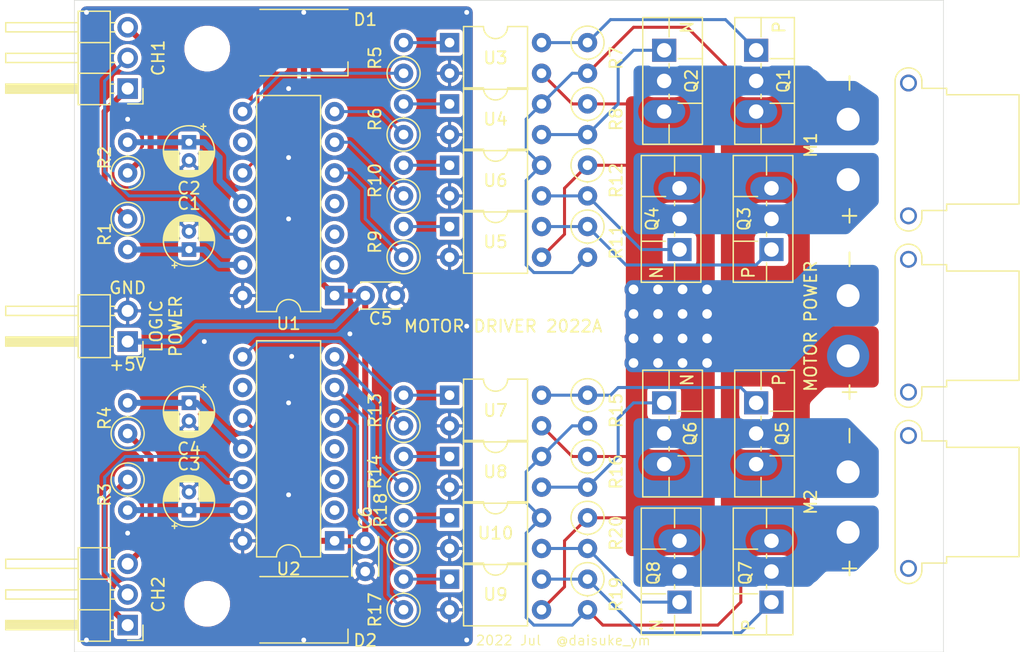
<source format=kicad_pcb>
(kicad_pcb (version 20171130) (host pcbnew "(5.1.12)-1")
  (layers (0 F.Cu signal) (31 B.Cu signal) (34 B.Paste user) (35 F.Paste user) (36 B.SilkS user) (37 F.SilkS user) (38 B.Mask user) (39 F.Mask user) (44 Edge.Cuts user))
  (net 0 "")
  (net 1 GND)
  (net 2 /IN1AA)
  (net 3 /IN1BA)
  (net 4 /IN2AA)
  (net 5 /IN2BA)
  (net 6 GNDPWR)
  (net 7 +BATT)
  (net 8 +5V)
  (net 9 /IN1A)
  (net 10 /IN1B)
  (net 11 /IN2B)
  (net 12 /IN2A)
  (net 13 "Net-(M1-Pad1)")
  (net 14 "Net-(M1-Pad2)")
  (net 15 "Net-(M2-Pad1)")
  (net 16 "Net-(M2-Pad2)")
  (net 17 "Net-(Q1-Pad1)")
  (net 18 "Net-(Q2-Pad1)")
  (net 19 "Net-(Q3-Pad1)")
  (net 20 "Net-(Q4-Pad1)")
  (net 21 "Net-(Q5-Pad1)")
  (net 22 "Net-(Q6-Pad1)")
  (net 23 "Net-(Q7-Pad1)")
  (net 24 "Net-(Q8-Pad1)")
  (net 25 "Net-(R6-Pad2)")
  (net 26 /PC1A)
  (net 27 /PC1B)
  (net 28 /PC2A)
  (net 29 "Net-(R9-Pad2)")
  (net 30 "Net-(R10-Pad2)")
  (net 31 /PC2B)
  (net 32 "Net-(R17-Pad2)")
  (net 33 "Net-(R18-Pad2)")
  (net 34 "Net-(R5-Pad2)")
  (net 35 "Net-(R13-Pad2)")
  (net 36 "Net-(R14-Pad2)")
  (net 37 /PC1C)
  (net 38 /PC1D)
  (net 39 /PC2C)
  (net 40 /PC2D)
  (net 41 "Net-(D1-Pad1)")
  (net 42 "Net-(D1-Pad3)")
  (net 43 /LED1)
  (net 44 /LED2)
  (net 45 "Net-(D2-Pad3)")
  (net 46 "Net-(D2-Pad1)")
  (net 47 /IN1M)
  (net 48 /IN2M)
  (net 49 "Net-(U1-Pad4)")
  (net 50 "Net-(U2-Pad4)")
  (net 51 "Net-(U1-Pad9)")
  (net 52 "Net-(U2-Pad9)")
  (net 53 "Net-(U1-Pad3)")
  (net 54 "Net-(U1-Pad2)")
  (net 55 "Net-(U2-Pad2)")
  (net 56 "Net-(U2-Pad3)")
  (module MountingHole:MountingHole_3.2mm_M3 (layer F.Cu) (at 188 77)
    (fp_text reference REF** hide)
    (fp_text value MountingHole_3.2mm_M3)
    (pad 1 np_thru_hole circle (at 0 0) (size 3.2 3.2) (drill 3.2) (layers *.Cu *.Mask))
  )
  (module MountingHole:MountingHole_3.2mm_M3 (layer F.Cu) (at 188 123)
    (fp_text reference REF** hide)
    (fp_text value MountingHole_3.2mm_M3)
    (pad 1 np_thru_hole circle (at 0 0) (size 3.2 3.2) (drill 3.2) (layers *.Cu *.Mask))
  )
  (module MountingHole:MountingHole_3.2mm_M3 (layer F.Cu) (at 135 123)
    (fp_text reference REF** hide)
    (fp_text value MountingHole_3.2mm_M3)
    (pad 1 np_thru_hole circle (at 0 0) (size 3.2 3.2) (drill 3.2) (layers *.Cu *.Mask))
  )
  (module MountingHole:MountingHole_3.2mm_M3 (layer F.Cu) (at 135 77)
    (fp_text reference REF** hide)
    (fp_text value MountingHole_3.2mm_M3)
    (pad 1 np_thru_hole circle (at 0 0) (size 3.2 3.2) (drill 3.2) (layers *.Cu *.Mask))
  )
  (module Connector_PinHeader_2.54mm:PinHeader_1x02_P2.54mm_Horizontal (layer F.Cu) (at 128.41 101.27 180)
    (fp_text reference J2 hide)
    (fp_text value "Logic Power")
    (pad 1 thru_hole rect (at 0 0 180) (size 1.7 1.7) (drill 1) (layers *.Cu *.Mask) (net 8 +5V))
    (pad 2 thru_hole oval (at 0 2.54 180) (size 1.7 1.7) (drill 1) (layers *.Cu *.Mask) (net 1 GND))
  )
  (module Package_TO_SOT_THT:TO-220F-3_Vertical (layer F.Cu) (at 180.48 77.14 270)
    (fp_text reference Q1 (at 2.54 -2.2625 90) (layer F.SilkS))
    (fp_text value Q_PMOS_GDS)
    (pad 1 thru_hole rect (at 0 0 270) (size 1.905 2) (drill 1.2) (layers *.Cu *.Mask) (net 17 "Net-(Q1-Pad1)"))
    (pad 2 thru_hole oval (at 2.54 0 270) (size 1.905 3.5) (drill 1.2) (layers *.Cu *.Mask) (net 13 "Net-(M1-Pad1)"))
    (pad 3 thru_hole oval (at 5.08 0 270) (size 1.905 3.5) (drill 1.2) (layers *.Cu *.Mask) (net 7 +BATT))
  )
  (module Package_TO_SOT_THT:TO-220F-3_Vertical (layer F.Cu) (at 180.48 106.35 270)
    (fp_text reference Q5 (at 2.54 -2.159 90) (layer F.SilkS))
    (fp_text value Q_PMOS_GDS)
    (pad 3 thru_hole oval (at 5.08 0 270) (size 1.905 3.5) (drill 1.2) (layers *.Cu *.Mask) (net 7 +BATT))
    (pad 2 thru_hole oval (at 2.54 0 270) (size 1.905 3.5) (drill 1.2) (layers *.Cu *.Mask) (net 15 "Net-(M2-Pad1)"))
    (pad 1 thru_hole rect (at 0 0 270) (size 1.905 2) (drill 1.2) (layers *.Cu *.Mask) (net 21 "Net-(Q5-Pad1)"))
  )
  (module Package_TO_SOT_THT:TO-220F-3_Vertical (layer F.Cu) (at 172.86 77.14 270)
    (fp_text reference Q2 (at 2.54 -2.2625 90) (layer F.SilkS))
    (fp_text value Q_NMOS_GDS)
    (pad 1 thru_hole rect (at 0 0 270) (size 1.905 2) (drill 1.2) (layers *.Cu *.Mask) (net 18 "Net-(Q2-Pad1)"))
    (pad 2 thru_hole oval (at 2.54 0 270) (size 1.905 3.5) (drill 1.2) (layers *.Cu *.Mask) (net 13 "Net-(M1-Pad1)"))
    (pad 3 thru_hole oval (at 5.08 0 270) (size 1.905 3.5) (drill 1.2) (layers *.Cu *.Mask) (net 6 GNDPWR))
  )
  (module Package_TO_SOT_THT:TO-220F-3_Vertical (layer F.Cu) (at 172.86 106.35 270)
    (fp_text reference Q6 (at 2.54 -2.159 90) (layer F.SilkS))
    (fp_text value Q_NMOS_GDS)
    (pad 3 thru_hole oval (at 5.08 0 270) (size 1.905 3.5) (drill 1.2) (layers *.Cu *.Mask) (net 6 GNDPWR))
    (pad 2 thru_hole oval (at 2.54 0 270) (size 1.905 3.5) (drill 1.2) (layers *.Cu *.Mask) (net 15 "Net-(M2-Pad1)"))
    (pad 1 thru_hole rect (at 0 0 270) (size 1.905 2) (drill 1.2) (layers *.Cu *.Mask) (net 22 "Net-(Q6-Pad1)"))
  )
  (module Package_TO_SOT_THT:TO-220F-3_Vertical (layer F.Cu) (at 181.75 93.65 90)
    (fp_text reference Q3 (at 2.54 -2.2625 90) (layer F.SilkS))
    (fp_text value Q_PMOS_GDS)
    (pad 1 thru_hole rect (at 0 0 90) (size 1.905 2) (drill 1.2) (layers *.Cu *.Mask) (net 19 "Net-(Q3-Pad1)"))
    (pad 2 thru_hole oval (at 2.54 0 90) (size 1.905 3.5) (drill 1.2) (layers *.Cu *.Mask) (net 14 "Net-(M1-Pad2)"))
    (pad 3 thru_hole oval (at 5.08 0 90) (size 1.905 3.5) (drill 1.2) (layers *.Cu *.Mask) (net 7 +BATT))
  )
  (module Package_TO_SOT_THT:TO-220F-3_Vertical (layer F.Cu) (at 174.13 93.65 90)
    (fp_text reference Q4 (at 2.54 -2.2625 90) (layer F.SilkS))
    (fp_text value Q_NMOS_GDS)
    (pad 3 thru_hole oval (at 5.08 0 90) (size 1.905 3.5) (drill 1.2) (layers *.Cu *.Mask) (net 6 GNDPWR))
    (pad 2 thru_hole oval (at 2.54 0 90) (size 1.905 3.5) (drill 1.2) (layers *.Cu *.Mask) (net 14 "Net-(M1-Pad2)"))
    (pad 1 thru_hole rect (at 0 0 90) (size 1.905 2) (drill 1.2) (layers *.Cu *.Mask) (net 20 "Net-(Q4-Pad1)"))
  )
  (module Package_TO_SOT_THT:TO-220F-3_Vertical (layer F.Cu) (at 181.75 122.86 90)
    (fp_text reference Q7 (at 2.413 -2.159 90) (layer F.SilkS))
    (fp_text value Q_PMOS_GDS)
    (pad 3 thru_hole oval (at 5.08 0 90) (size 1.905 3.5) (drill 1.2) (layers *.Cu *.Mask) (net 7 +BATT))
    (pad 2 thru_hole oval (at 2.54 0 90) (size 1.905 3.5) (drill 1.2) (layers *.Cu *.Mask) (net 16 "Net-(M2-Pad2)"))
    (pad 1 thru_hole rect (at 0 0 90) (size 1.905 2) (drill 1.2) (layers *.Cu *.Mask) (net 23 "Net-(Q7-Pad1)"))
  )
  (module Package_TO_SOT_THT:TO-220F-3_Vertical (layer F.Cu) (at 174.13 122.86 90)
    (fp_text reference Q8 (at 2.413 -2.159 90) (layer F.SilkS))
    (fp_text value Q_NMOS_GDS)
    (pad 1 thru_hole rect (at 0 0 90) (size 1.905 2) (drill 1.2) (layers *.Cu *.Mask) (net 24 "Net-(Q8-Pad1)"))
    (pad 2 thru_hole oval (at 2.54 0 90) (size 1.905 3.5) (drill 1.2) (layers *.Cu *.Mask) (net 16 "Net-(M2-Pad2)"))
    (pad 3 thru_hole oval (at 5.08 0 90) (size 1.905 3.5) (drill 1.2) (layers *.Cu *.Mask) (net 6 GNDPWR))
  )
  (module Package_DIP:DIP-4_W7.62mm (layer F.Cu) (at 155.08 76.505)
    (fp_text reference U3 (at 3.81 1.27) (layer F.SilkS))
    (fp_text value TLP785)
    (pad 4 thru_hole oval (at 7.62 0) (size 1.6 1.6) (drill 0.8) (layers *.Cu *.Mask) (net 17 "Net-(Q1-Pad1)"))
    (pad 2 thru_hole oval (at 0 2.54) (size 1.6 1.6) (drill 0.8) (layers *.Cu *.Mask) (net 1 GND))
    (pad 3 thru_hole oval (at 7.62 2.54) (size 1.6 1.6) (drill 0.8) (layers *.Cu *.Mask) (net 6 GNDPWR))
    (pad 1 thru_hole rect (at 0 0) (size 1.6 1.6) (drill 0.8) (layers *.Cu *.Mask) (net 34 "Net-(R5-Pad2)"))
  )
  (module Package_DIP:DIP-4_W7.62mm (layer F.Cu) (at 155.08 81.585)
    (fp_text reference U4 (at 3.81 1.27) (layer F.SilkS))
    (fp_text value TLP785)
    (pad 1 thru_hole rect (at 0 0) (size 1.6 1.6) (drill 0.8) (layers *.Cu *.Mask) (net 25 "Net-(R6-Pad2)"))
    (pad 3 thru_hole oval (at 7.62 2.54) (size 1.6 1.6) (drill 0.8) (layers *.Cu *.Mask) (net 18 "Net-(Q2-Pad1)"))
    (pad 2 thru_hole oval (at 0 2.54) (size 1.6 1.6) (drill 0.8) (layers *.Cu *.Mask) (net 1 GND))
    (pad 4 thru_hole oval (at 7.62 0) (size 1.6 1.6) (drill 0.8) (layers *.Cu *.Mask) (net 7 +BATT))
  )
  (module Package_DIP:DIP-4_W7.62mm (layer F.Cu) (at 155.08 105.715)
    (fp_text reference U7 (at 3.81 1.27) (layer F.SilkS))
    (fp_text value TLP785)
    (pad 1 thru_hole rect (at 0 0) (size 1.6 1.6) (drill 0.8) (layers *.Cu *.Mask) (net 35 "Net-(R13-Pad2)"))
    (pad 3 thru_hole oval (at 7.62 2.54) (size 1.6 1.6) (drill 0.8) (layers *.Cu *.Mask) (net 6 GNDPWR))
    (pad 2 thru_hole oval (at 0 2.54) (size 1.6 1.6) (drill 0.8) (layers *.Cu *.Mask) (net 1 GND))
    (pad 4 thru_hole oval (at 7.62 0) (size 1.6 1.6) (drill 0.8) (layers *.Cu *.Mask) (net 21 "Net-(Q5-Pad1)"))
  )
  (module Package_DIP:DIP-4_W7.62mm (layer F.Cu) (at 155.08 110.795)
    (fp_text reference U8 (at 3.81 1.27) (layer F.SilkS))
    (fp_text value TLP785)
    (pad 4 thru_hole oval (at 7.62 0) (size 1.6 1.6) (drill 0.8) (layers *.Cu *.Mask) (net 7 +BATT))
    (pad 2 thru_hole oval (at 0 2.54) (size 1.6 1.6) (drill 0.8) (layers *.Cu *.Mask) (net 1 GND))
    (pad 3 thru_hole oval (at 7.62 2.54) (size 1.6 1.6) (drill 0.8) (layers *.Cu *.Mask) (net 22 "Net-(Q6-Pad1)"))
    (pad 1 thru_hole rect (at 0 0) (size 1.6 1.6) (drill 0.8) (layers *.Cu *.Mask) (net 36 "Net-(R14-Pad2)"))
  )
  (module Package_DIP:DIP-4_W7.62mm (layer F.Cu) (at 155.08 91.745)
    (fp_text reference U5 (at 3.81 1.27) (layer F.SilkS))
    (fp_text value TLP785)
    (pad 4 thru_hole oval (at 7.62 0) (size 1.6 1.6) (drill 0.8) (layers *.Cu *.Mask) (net 19 "Net-(Q3-Pad1)"))
    (pad 2 thru_hole oval (at 0 2.54) (size 1.6 1.6) (drill 0.8) (layers *.Cu *.Mask) (net 1 GND))
    (pad 3 thru_hole oval (at 7.62 2.54) (size 1.6 1.6) (drill 0.8) (layers *.Cu *.Mask) (net 6 GNDPWR))
    (pad 1 thru_hole rect (at 0 0) (size 1.6 1.6) (drill 0.8) (layers *.Cu *.Mask) (net 29 "Net-(R9-Pad2)"))
  )
  (module Package_DIP:DIP-4_W7.62mm (layer F.Cu) (at 155.08 86.665)
    (fp_text reference U6 (at 3.81 1.27) (layer F.SilkS))
    (fp_text value TLP785)
    (pad 1 thru_hole rect (at 0 0) (size 1.6 1.6) (drill 0.8) (layers *.Cu *.Mask) (net 30 "Net-(R10-Pad2)"))
    (pad 3 thru_hole oval (at 7.62 2.54) (size 1.6 1.6) (drill 0.8) (layers *.Cu *.Mask) (net 20 "Net-(Q4-Pad1)"))
    (pad 2 thru_hole oval (at 0 2.54) (size 1.6 1.6) (drill 0.8) (layers *.Cu *.Mask) (net 1 GND))
    (pad 4 thru_hole oval (at 7.62 0) (size 1.6 1.6) (drill 0.8) (layers *.Cu *.Mask) (net 7 +BATT))
  )
  (module Package_DIP:DIP-4_W7.62mm (layer F.Cu) (at 155.08 120.955)
    (fp_text reference U9 (at 3.81 1.27) (layer F.SilkS))
    (fp_text value TLP785)
    (pad 4 thru_hole oval (at 7.62 0) (size 1.6 1.6) (drill 0.8) (layers *.Cu *.Mask) (net 23 "Net-(Q7-Pad1)"))
    (pad 2 thru_hole oval (at 0 2.54) (size 1.6 1.6) (drill 0.8) (layers *.Cu *.Mask) (net 1 GND))
    (pad 3 thru_hole oval (at 7.62 2.54) (size 1.6 1.6) (drill 0.8) (layers *.Cu *.Mask) (net 6 GNDPWR))
    (pad 1 thru_hole rect (at 0 0) (size 1.6 1.6) (drill 0.8) (layers *.Cu *.Mask) (net 32 "Net-(R17-Pad2)"))
  )
  (module Package_DIP:DIP-4_W7.62mm (layer F.Cu) (at 155.08 115.875)
    (fp_text reference U10 (at 3.81 1.27) (layer F.SilkS))
    (fp_text value TLP785)
    (pad 1 thru_hole rect (at 0 0) (size 1.6 1.6) (drill 0.8) (layers *.Cu *.Mask) (net 33 "Net-(R18-Pad2)"))
    (pad 3 thru_hole oval (at 7.62 2.54) (size 1.6 1.6) (drill 0.8) (layers *.Cu *.Mask) (net 24 "Net-(Q8-Pad1)"))
    (pad 2 thru_hole oval (at 0 2.54) (size 1.6 1.6) (drill 0.8) (layers *.Cu *.Mask) (net 1 GND))
    (pad 4 thru_hole oval (at 7.62 0) (size 1.6 1.6) (drill 0.8) (layers *.Cu *.Mask) (net 7 +BATT))
  )
  (module Capacitor_THT:C_Disc_D3.0mm_W2.0mm_P2.50mm (layer F.Cu) (at 148.095 97.46)
    (fp_text reference C5 (at 1.27 1.905) (layer F.SilkS))
    (fp_text value 0.1u)
    (pad 1 thru_hole circle (at 0 0) (size 1.6 1.6) (drill 0.8) (layers *.Cu *.Mask) (net 8 +5V))
    (pad 2 thru_hole circle (at 2.5 0) (size 1.6 1.6) (drill 0.8) (layers *.Cu *.Mask) (net 1 GND))
  )
  (module Capacitor_THT:C_Disc_D3.0mm_W2.0mm_P2.50mm (layer F.Cu) (at 148.095 117.82 270)
    (fp_text reference C6 (at -1.945 0 90) (layer F.SilkS))
    (fp_text value 0.1u)
    (pad 2 thru_hole circle (at 2.5 0 270) (size 1.6 1.6) (drill 0.8) (layers *.Cu *.Mask) (net 1 GND))
    (pad 1 thru_hole circle (at 0 0 270) (size 1.6 1.6) (drill 0.8) (layers *.Cu *.Mask) (net 8 +5V))
  )
  (module Resistor_THT:R_Axial_DIN0207_L6.3mm_D2.5mm_P2.54mm_Vertical (layer F.Cu) (at 128.41 91.11 270)
    (fp_text reference R1 (at 1.27 1.905 90) (layer F.SilkS))
    (fp_text value 4k7)
    (pad 2 thru_hole oval (at 2.54 0 270) (size 1.6 1.6) (drill 0.8) (layers *.Cu *.Mask) (net 2 /IN1AA))
    (pad 1 thru_hole circle (at 0 0 270) (size 1.6 1.6) (drill 0.8) (layers *.Cu *.Mask) (net 9 /IN1A))
  )
  (module Resistor_THT:R_Axial_DIN0207_L6.3mm_D2.5mm_P2.54mm_Vertical (layer F.Cu) (at 128.41 87.3 90)
    (fp_text reference R2 (at 1.27 -1.905 90) (layer F.SilkS))
    (fp_text value 4k7)
    (pad 2 thru_hole oval (at 2.54 0 90) (size 1.6 1.6) (drill 0.8) (layers *.Cu *.Mask) (net 3 /IN1BA))
    (pad 1 thru_hole circle (at 0 0 90) (size 1.6 1.6) (drill 0.8) (layers *.Cu *.Mask) (net 10 /IN1B))
  )
  (module Resistor_THT:R_Axial_DIN0207_L6.3mm_D2.5mm_P2.54mm_Vertical (layer F.Cu) (at 128.41 112.7 270)
    (fp_text reference R3 (at 1.27 1.905 90) (layer F.SilkS))
    (fp_text value 4k7)
    (pad 2 thru_hole oval (at 2.54 0 270) (size 1.6 1.6) (drill 0.8) (layers *.Cu *.Mask) (net 4 /IN2AA))
    (pad 1 thru_hole circle (at 0 0 270) (size 1.6 1.6) (drill 0.8) (layers *.Cu *.Mask) (net 12 /IN2A))
  )
  (module Resistor_THT:R_Axial_DIN0207_L6.3mm_D2.5mm_P2.54mm_Vertical (layer F.Cu) (at 128.41 108.89 90)
    (fp_text reference R4 (at 1.27 -1.905 90) (layer F.SilkS))
    (fp_text value 4k7)
    (pad 1 thru_hole circle (at 0 0 90) (size 1.6 1.6) (drill 0.8) (layers *.Cu *.Mask) (net 11 /IN2B))
    (pad 2 thru_hole oval (at 2.54 0 90) (size 1.6 1.6) (drill 0.8) (layers *.Cu *.Mask) (net 5 /IN2BA))
  )
  (module Resistor_THT:R_Axial_DIN0207_L6.3mm_D2.5mm_P2.54mm_Vertical (layer F.Cu) (at 151.27 79.045 90)
    (fp_text reference R5 (at 1.27 -2.37 90) (layer F.SilkS))
    (fp_text value 330)
    (pad 1 thru_hole circle (at 0 0 90) (size 1.6 1.6) (drill 0.8) (layers *.Cu *.Mask) (net 38 /PC1D))
    (pad 2 thru_hole oval (at 2.54 0 90) (size 1.6 1.6) (drill 0.8) (layers *.Cu *.Mask) (net 34 "Net-(R5-Pad2)"))
  )
  (module Resistor_THT:R_Axial_DIN0207_L6.3mm_D2.5mm_P2.54mm_Vertical (layer F.Cu) (at 151.27 84.125 90)
    (fp_text reference R6 (at 1.27 -2.37 90) (layer F.SilkS))
    (fp_text value 330)
    (pad 2 thru_hole oval (at 2.54 0 90) (size 1.6 1.6) (drill 0.8) (layers *.Cu *.Mask) (net 25 "Net-(R6-Pad2)"))
    (pad 1 thru_hole circle (at 0 0 90) (size 1.6 1.6) (drill 0.8) (layers *.Cu *.Mask) (net 37 /PC1C))
  )
  (module Resistor_THT:R_Axial_DIN0207_L6.3mm_D2.5mm_P2.54mm_Vertical (layer F.Cu) (at 166.51 76.505 270)
    (fp_text reference R7 (at 1.27 -2.37 90) (layer F.SilkS))
    (fp_text value 2k2)
    (pad 2 thru_hole oval (at 2.54 0 270) (size 1.6 1.6) (drill 0.8) (layers *.Cu *.Mask) (net 7 +BATT))
    (pad 1 thru_hole circle (at 0 0 270) (size 1.6 1.6) (drill 0.8) (layers *.Cu *.Mask) (net 17 "Net-(Q1-Pad1)"))
  )
  (module Resistor_THT:R_Axial_DIN0207_L6.3mm_D2.5mm_P2.54mm_Vertical (layer F.Cu) (at 166.51 81.585 270)
    (fp_text reference R8 (at 1.27 -2.37 90) (layer F.SilkS))
    (fp_text value 2k2)
    (pad 2 thru_hole oval (at 2.54 0 270) (size 1.6 1.6) (drill 0.8) (layers *.Cu *.Mask) (net 18 "Net-(Q2-Pad1)"))
    (pad 1 thru_hole circle (at 0 0 270) (size 1.6 1.6) (drill 0.8) (layers *.Cu *.Mask) (net 6 GNDPWR))
  )
  (module Resistor_THT:R_Axial_DIN0207_L6.3mm_D2.5mm_P2.54mm_Vertical (layer F.Cu) (at 151.27 108.255 90)
    (fp_text reference R13 (at 1.27 -2.37 90) (layer F.SilkS))
    (fp_text value 330)
    (pad 2 thru_hole oval (at 2.54 0 90) (size 1.6 1.6) (drill 0.8) (layers *.Cu *.Mask) (net 35 "Net-(R13-Pad2)"))
    (pad 1 thru_hole circle (at 0 0 90) (size 1.6 1.6) (drill 0.8) (layers *.Cu *.Mask) (net 40 /PC2D))
  )
  (module Resistor_THT:R_Axial_DIN0207_L6.3mm_D2.5mm_P2.54mm_Vertical (layer F.Cu) (at 151.27 113.335 90)
    (fp_text reference R14 (at 1.27 -2.37 90) (layer F.SilkS))
    (fp_text value 330)
    (pad 1 thru_hole circle (at 0 0 90) (size 1.6 1.6) (drill 0.8) (layers *.Cu *.Mask) (net 39 /PC2C))
    (pad 2 thru_hole oval (at 2.54 0 90) (size 1.6 1.6) (drill 0.8) (layers *.Cu *.Mask) (net 36 "Net-(R14-Pad2)"))
  )
  (module Resistor_THT:R_Axial_DIN0207_L6.3mm_D2.5mm_P2.54mm_Vertical (layer F.Cu) (at 166.51 105.715 270)
    (fp_text reference R15 (at 1.27 -2.37 90) (layer F.SilkS))
    (fp_text value 2k2)
    (pad 1 thru_hole circle (at 0 0 270) (size 1.6 1.6) (drill 0.8) (layers *.Cu *.Mask) (net 21 "Net-(Q5-Pad1)"))
    (pad 2 thru_hole oval (at 2.54 0 270) (size 1.6 1.6) (drill 0.8) (layers *.Cu *.Mask) (net 7 +BATT))
  )
  (module Resistor_THT:R_Axial_DIN0207_L6.3mm_D2.5mm_P2.54mm_Vertical (layer F.Cu) (at 166.51 110.795 270)
    (fp_text reference R16 (at 1.27 -2.37 90) (layer F.SilkS))
    (fp_text value 2k2)
    (pad 1 thru_hole circle (at 0 0 270) (size 1.6 1.6) (drill 0.8) (layers *.Cu *.Mask) (net 6 GNDPWR))
    (pad 2 thru_hole oval (at 2.54 0 270) (size 1.6 1.6) (drill 0.8) (layers *.Cu *.Mask) (net 22 "Net-(Q6-Pad1)"))
  )
  (module Resistor_THT:R_Axial_DIN0207_L6.3mm_D2.5mm_P2.54mm_Vertical (layer F.Cu) (at 166.51 91.745 270)
    (fp_text reference R11 (at 1.27 -2.37 90) (layer F.SilkS))
    (fp_text value 2k2)
    (pad 2 thru_hole oval (at 2.54 0 270) (size 1.6 1.6) (drill 0.8) (layers *.Cu *.Mask) (net 7 +BATT))
    (pad 1 thru_hole circle (at 0 0 270) (size 1.6 1.6) (drill 0.8) (layers *.Cu *.Mask) (net 19 "Net-(Q3-Pad1)"))
  )
  (module Resistor_THT:R_Axial_DIN0207_L6.3mm_D2.5mm_P2.54mm_Vertical (layer F.Cu) (at 166.51 86.665 270)
    (fp_text reference R12 (at 1.27 -2.37 90) (layer F.SilkS))
    (fp_text value 2k2)
    (pad 2 thru_hole oval (at 2.54 0 270) (size 1.6 1.6) (drill 0.8) (layers *.Cu *.Mask) (net 20 "Net-(Q4-Pad1)"))
    (pad 1 thru_hole circle (at 0 0 270) (size 1.6 1.6) (drill 0.8) (layers *.Cu *.Mask) (net 6 GNDPWR))
  )
  (module Resistor_THT:R_Axial_DIN0207_L6.3mm_D2.5mm_P2.54mm_Vertical (layer F.Cu) (at 166.51 120.955 270)
    (fp_text reference R19 (at 1.27 -2.37 90) (layer F.SilkS))
    (fp_text value 2k2)
    (pad 1 thru_hole circle (at 0 0 270) (size 1.6 1.6) (drill 0.8) (layers *.Cu *.Mask) (net 23 "Net-(Q7-Pad1)"))
    (pad 2 thru_hole oval (at 2.54 0 270) (size 1.6 1.6) (drill 0.8) (layers *.Cu *.Mask) (net 7 +BATT))
  )
  (module Resistor_THT:R_Axial_DIN0207_L6.3mm_D2.5mm_P2.54mm_Vertical (layer F.Cu) (at 166.51 115.875 270)
    (fp_text reference R20 (at 1.27 -2.37 90) (layer F.SilkS))
    (fp_text value 2k2)
    (pad 2 thru_hole oval (at 2.54 0 270) (size 1.6 1.6) (drill 0.8) (layers *.Cu *.Mask) (net 24 "Net-(Q8-Pad1)"))
    (pad 1 thru_hole circle (at 0 0 270) (size 1.6 1.6) (drill 0.8) (layers *.Cu *.Mask) (net 6 GNDPWR))
  )
  (module Resistor_THT:R_Axial_DIN0207_L6.3mm_D2.5mm_P2.54mm_Vertical (layer F.Cu) (at 151.27 94.285 90)
    (fp_text reference R9 (at 1.27 -2.37 90) (layer F.SilkS))
    (fp_text value 330)
    (pad 2 thru_hole oval (at 2.54 0 90) (size 1.6 1.6) (drill 0.8) (layers *.Cu *.Mask) (net 29 "Net-(R9-Pad2)"))
    (pad 1 thru_hole circle (at 0 0 90) (size 1.6 1.6) (drill 0.8) (layers *.Cu *.Mask) (net 26 /PC1A))
  )
  (module Resistor_THT:R_Axial_DIN0207_L6.3mm_D2.5mm_P2.54mm_Vertical (layer F.Cu) (at 151.27 89.205 90)
    (fp_text reference R10 (at 1.27 -2.37 90) (layer F.SilkS))
    (fp_text value 330)
    (pad 1 thru_hole circle (at 0 0 90) (size 1.6 1.6) (drill 0.8) (layers *.Cu *.Mask) (net 27 /PC1B))
    (pad 2 thru_hole oval (at 2.54 0 90) (size 1.6 1.6) (drill 0.8) (layers *.Cu *.Mask) (net 30 "Net-(R10-Pad2)"))
  )
  (module Resistor_THT:R_Axial_DIN0207_L6.3mm_D2.5mm_P2.54mm_Vertical (layer F.Cu) (at 151.27 123.495 90)
    (fp_text reference R17 (at 0 -2.37 90) (layer F.SilkS))
    (fp_text value 330)
    (pad 2 thru_hole oval (at 2.54 0 90) (size 1.6 1.6) (drill 0.8) (layers *.Cu *.Mask) (net 32 "Net-(R17-Pad2)"))
    (pad 1 thru_hole circle (at 0 0 90) (size 1.6 1.6) (drill 0.8) (layers *.Cu *.Mask) (net 28 /PC2A))
  )
  (module Resistor_THT:R_Axial_DIN0207_L6.3mm_D2.5mm_P2.54mm_Vertical (layer F.Cu) (at 151.27 118.415 90)
    (fp_text reference R18 (at 3.175 -1.905 90) (layer F.SilkS))
    (fp_text value 330)
    (pad 1 thru_hole circle (at 0 0 90) (size 1.6 1.6) (drill 0.8) (layers *.Cu *.Mask) (net 31 /PC2B))
    (pad 2 thru_hole oval (at 2.54 0 90) (size 1.6 1.6) (drill 0.8) (layers *.Cu *.Mask) (net 33 "Net-(R18-Pad2)"))
  )
  (module Capacitor_THT:CP_Radial_D4.0mm_P1.50mm (layer F.Cu) (at 133.49 93.65 90)
    (fp_text reference C1 (at 3.81 0 180) (layer F.SilkS))
    (fp_text value 10u)
    (pad 2 thru_hole circle (at 1.5 0 90) (size 1.2 1.2) (drill 0.6) (layers *.Cu *.Mask) (net 1 GND))
    (pad 1 thru_hole rect (at 0 0 90) (size 1.2 1.2) (drill 0.6) (layers *.Cu *.Mask) (net 2 /IN1AA))
  )
  (module Capacitor_THT:CP_Radial_D4.0mm_P1.50mm (layer F.Cu) (at 133.49 84.76 270)
    (fp_text reference C2 (at 3.81 0 180) (layer F.SilkS))
    (fp_text value 10u)
    (pad 1 thru_hole rect (at 0 0 270) (size 1.2 1.2) (drill 0.6) (layers *.Cu *.Mask) (net 3 /IN1BA))
    (pad 2 thru_hole circle (at 1.5 0 270) (size 1.2 1.2) (drill 0.6) (layers *.Cu *.Mask) (net 1 GND))
  )
  (module Capacitor_THT:CP_Radial_D4.0mm_P1.50mm (layer F.Cu) (at 133.49 115.24 90)
    (fp_text reference C3 (at 3.81 0 180) (layer F.SilkS))
    (fp_text value 10u)
    (pad 1 thru_hole rect (at 0 0 90) (size 1.2 1.2) (drill 0.6) (layers *.Cu *.Mask) (net 4 /IN2AA))
    (pad 2 thru_hole circle (at 1.5 0 90) (size 1.2 1.2) (drill 0.6) (layers *.Cu *.Mask) (net 1 GND))
  )
  (module Capacitor_THT:CP_Radial_D4.0mm_P1.50mm (layer F.Cu) (at 133.49 106.35 270)
    (fp_text reference C4 (at 3.81 0 180) (layer F.SilkS))
    (fp_text value 10u)
    (pad 2 thru_hole circle (at 1.5 0 270) (size 1.2 1.2) (drill 0.6) (layers *.Cu *.Mask) (net 1 GND))
    (pad 1 thru_hole rect (at 0 0 270) (size 1.2 1.2) (drill 0.6) (layers *.Cu *.Mask) (net 5 /IN2BA))
  )
  (module LED_SMD:LED_WS2812_PLCC6_5.0x5.0mm_P1.6mm (layer F.Cu) (at 143.015 76.505 180)
    (fp_text reference D1 (at -5.08 1.905) (layer F.SilkS))
    (fp_text value WS2813)
    (pad 1 smd rect (at -2.45 -1.6 180) (size 1.5 1) (layers F.Cu F.Paste F.Mask) (net 41 "Net-(D1-Pad1)"))
    (pad 2 smd rect (at -2.45 0 180) (size 1.5 1) (layers F.Cu F.Paste F.Mask) (net 8 +5V))
    (pad 3 smd rect (at -2.45 1.6 180) (size 1.5 1) (layers F.Cu F.Paste F.Mask) (net 42 "Net-(D1-Pad3)"))
    (pad 6 smd rect (at 2.45 -1.6 180) (size 1.5 1) (layers F.Cu F.Paste F.Mask) (net 1 GND))
    (pad 5 smd rect (at 2.45 0 180) (size 1.5 1) (layers F.Cu F.Paste F.Mask) (net 1 GND))
    (pad 4 smd rect (at 2.45 1.6 180) (size 1.5 1) (layers F.Cu F.Paste F.Mask) (net 43 /LED1))
  )
  (module LED_SMD:LED_WS2812_PLCC6_5.0x5.0mm_P1.6mm (layer F.Cu) (at 143.015 123.495 180)
    (fp_text reference D2 (at -5.08 -2.54) (layer F.SilkS))
    (fp_text value WS2813)
    (pad 4 smd rect (at 2.45 1.6 180) (size 1.5 1) (layers F.Cu F.Paste F.Mask) (net 44 /LED2))
    (pad 5 smd rect (at 2.45 0 180) (size 1.5 1) (layers F.Cu F.Paste F.Mask) (net 1 GND))
    (pad 6 smd rect (at 2.45 -1.6 180) (size 1.5 1) (layers F.Cu F.Paste F.Mask) (net 1 GND))
    (pad 3 smd rect (at -2.45 1.6 180) (size 1.5 1) (layers F.Cu F.Paste F.Mask) (net 45 "Net-(D2-Pad3)"))
    (pad 2 smd rect (at -2.45 0 180) (size 1.5 1) (layers F.Cu F.Paste F.Mask) (net 8 +5V))
    (pad 1 smd rect (at -2.45 -1.6 180) (size 1.5 1) (layers F.Cu F.Paste F.Mask) (net 46 "Net-(D2-Pad1)"))
  )
  (module Connector_AMASS:AMASS_XT30PW-F_1x02_P2.50mm_Horizontal (layer F.Cu) (at 188.1 97.46 270)
    (fp_text reference J1 hide)
    (fp_text value "Motor Power")
    (fp_text user + (at 8 0 90) (layer F.SilkS) (effects (font (size 1.5 1.5))))
    (fp_text user - (at -3 0 90) (layer F.SilkS) (effects (font (size 1.5 1.5))))
    (pad "" thru_hole circle (at -3 -5) (size 1.4 1.4) (drill 1) (layers *.Cu *.Mask))
    (pad "" thru_hole circle (at 8 -5 270) (size 1.4 1.4) (drill 1) (layers *.Cu *.Mask))
    (pad 1 thru_hole rect (at 0 0 270) (size 3.5 3.5) (drill 1.9) (layers *.Cu *.Mask) (net 6 GNDPWR))
    (pad 2 thru_hole circle (at 5 0 270) (size 3.5 3.5) (drill 1.9) (layers *.Cu *.Mask) (net 7 +BATT))
  )
  (module Connector_PinHeader_2.54mm:PinHeader_1x03_P2.54mm_Horizontal (layer F.Cu) (at 128.41 80.315 180)
    (fp_text reference J3 hide)
    (fp_text value "Ch1 Input")
    (pad 1 thru_hole rect (at 0 0 180) (size 1.7 1.7) (drill 1) (layers *.Cu *.Mask) (net 9 /IN1A))
    (pad 2 thru_hole oval (at 0 2.54 180) (size 1.7 1.7) (drill 1) (layers *.Cu *.Mask) (net 47 /IN1M))
    (pad 3 thru_hole oval (at 0 5.08 180) (size 1.7 1.7) (drill 1) (layers *.Cu *.Mask) (net 10 /IN1B))
  )
  (module Connector_PinHeader_2.54mm:PinHeader_1x03_P2.54mm_Horizontal (layer F.Cu) (at 128.41 124.765 180)
    (fp_text reference J4 hide)
    (fp_text value "Ch2 Input")
    (pad 3 thru_hole oval (at 0 5.08 180) (size 1.7 1.7) (drill 1) (layers *.Cu *.Mask) (net 11 /IN2B))
    (pad 2 thru_hole oval (at 0 2.54 180) (size 1.7 1.7) (drill 1) (layers *.Cu *.Mask) (net 48 /IN2M))
    (pad 1 thru_hole rect (at 0 0 180) (size 1.7 1.7) (drill 1) (layers *.Cu *.Mask) (net 12 /IN2A))
  )
  (module Connector_AMASS:AMASS_XT30PW-F_1x02_P2.50mm_Horizontal (layer F.Cu) (at 188.1 82.855 270)
    (fp_text reference M1 (at 2.145 3.1 90) (layer F.SilkS))
    (fp_text value Motor_DC)
    (fp_text user + (at 8 0 90) (layer F.SilkS) (effects (font (size 1.5 1.5))))
    (fp_text user - (at -3 0 90) (layer F.SilkS) (effects (font (size 1.5 1.5))))
    (pad "" thru_hole circle (at -3 -5) (size 1.4 1.4) (drill 1) (layers *.Cu *.Mask))
    (pad "" thru_hole circle (at 8 -5 270) (size 1.4 1.4) (drill 1) (layers *.Cu *.Mask))
    (pad 1 thru_hole rect (at 0 0 270) (size 3.5 3.5) (drill 1.9) (layers *.Cu *.Mask) (net 13 "Net-(M1-Pad1)"))
    (pad 2 thru_hole circle (at 5 0 270) (size 3.5 3.5) (drill 1.9) (layers *.Cu *.Mask) (net 14 "Net-(M1-Pad2)"))
  )
  (module Connector_AMASS:AMASS_XT30PW-F_1x02_P2.50mm_Horizontal (layer F.Cu) (at 188.1 112.065 270)
    (fp_text reference M2 (at 2.5 3.1 90) (layer F.SilkS))
    (fp_text value Motor_DC)
    (fp_text user - (at -3 0 90) (layer F.SilkS) (effects (font (size 1.5 1.5))))
    (fp_text user + (at 8 0 90) (layer F.SilkS) (effects (font (size 1.5 1.5))))
    (pad 2 thru_hole circle (at 5 0 270) (size 3.5 3.5) (drill 1.9) (layers *.Cu *.Mask) (net 16 "Net-(M2-Pad2)"))
    (pad 1 thru_hole rect (at 0 0 270) (size 3.5 3.5) (drill 1.9) (layers *.Cu *.Mask) (net 15 "Net-(M2-Pad1)"))
    (pad "" thru_hole circle (at 8 -5 270) (size 1.4 1.4) (drill 1) (layers *.Cu *.Mask))
    (pad "" thru_hole circle (at -3 -5) (size 1.4 1.4) (drill 1) (layers *.Cu *.Mask))
  )
  (module Package_DIP:DIP-14_W7.62mm (layer F.Cu) (at 145.555 97.46 180)
    (fp_text reference U1 (at 3.81 -2.33) (layer F.SilkS))
    (fp_text value ATtiny84-20PU)
    (pad 14 thru_hole oval (at 7.62 0 180) (size 1.6 1.6) (drill 0.8) (layers *.Cu *.Mask) (net 1 GND))
    (pad 7 thru_hole oval (at 0 15.24 180) (size 1.6 1.6) (drill 0.8) (layers *.Cu *.Mask) (net 37 /PC1C))
    (pad 13 thru_hole oval (at 7.62 2.54 180) (size 1.6 1.6) (drill 0.8) (layers *.Cu *.Mask) (net 2 /IN1AA))
    (pad 6 thru_hole oval (at 0 12.7 180) (size 1.6 1.6) (drill 0.8) (layers *.Cu *.Mask) (net 27 /PC1B))
    (pad 12 thru_hole oval (at 7.62 5.08 180) (size 1.6 1.6) (drill 0.8) (layers *.Cu *.Mask) (net 47 /IN1M))
    (pad 5 thru_hole oval (at 0 10.16 180) (size 1.6 1.6) (drill 0.8) (layers *.Cu *.Mask) (net 26 /PC1A))
    (pad 11 thru_hole oval (at 7.62 7.62 180) (size 1.6 1.6) (drill 0.8) (layers *.Cu *.Mask) (net 3 /IN1BA))
    (pad 4 thru_hole oval (at 0 7.62 180) (size 1.6 1.6) (drill 0.8) (layers *.Cu *.Mask) (net 49 "Net-(U1-Pad4)"))
    (pad 10 thru_hole oval (at 7.62 10.16 180) (size 1.6 1.6) (drill 0.8) (layers *.Cu *.Mask) (net 43 /LED1))
    (pad 3 thru_hole oval (at 0 5.08 180) (size 1.6 1.6) (drill 0.8) (layers *.Cu *.Mask) (net 53 "Net-(U1-Pad3)"))
    (pad 9 thru_hole oval (at 7.62 12.7 180) (size 1.6 1.6) (drill 0.8) (layers *.Cu *.Mask) (net 51 "Net-(U1-Pad9)"))
    (pad 2 thru_hole oval (at 0 2.54 180) (size 1.6 1.6) (drill 0.8) (layers *.Cu *.Mask) (net 54 "Net-(U1-Pad2)"))
    (pad 8 thru_hole oval (at 7.62 15.24 180) (size 1.6 1.6) (drill 0.8) (layers *.Cu *.Mask) (net 38 /PC1D))
    (pad 1 thru_hole rect (at 0 0 180) (size 1.6 1.6) (drill 0.8) (layers *.Cu *.Mask) (net 8 +5V))
  )
  (module Package_DIP:DIP-14_W7.62mm (layer F.Cu) (at 145.555 117.78 180)
    (fp_text reference U2 (at 3.81 -2.33) (layer F.SilkS))
    (fp_text value ATtiny84-20PU)
    (pad 1 thru_hole rect (at 0 0 180) (size 1.6 1.6) (drill 0.8) (layers *.Cu *.Mask) (net 8 +5V))
    (pad 8 thru_hole oval (at 7.62 15.24 180) (size 1.6 1.6) (drill 0.8) (layers *.Cu *.Mask) (net 40 /PC2D))
    (pad 2 thru_hole oval (at 0 2.54 180) (size 1.6 1.6) (drill 0.8) (layers *.Cu *.Mask) (net 55 "Net-(U2-Pad2)"))
    (pad 9 thru_hole oval (at 7.62 12.7 180) (size 1.6 1.6) (drill 0.8) (layers *.Cu *.Mask) (net 52 "Net-(U2-Pad9)"))
    (pad 3 thru_hole oval (at 0 5.08 180) (size 1.6 1.6) (drill 0.8) (layers *.Cu *.Mask) (net 56 "Net-(U2-Pad3)"))
    (pad 10 thru_hole oval (at 7.62 10.16 180) (size 1.6 1.6) (drill 0.8) (layers *.Cu *.Mask) (net 44 /LED2))
    (pad 4 thru_hole oval (at 0 7.62 180) (size 1.6 1.6) (drill 0.8) (layers *.Cu *.Mask) (net 50 "Net-(U2-Pad4)"))
    (pad 11 thru_hole oval (at 7.62 7.62 180) (size 1.6 1.6) (drill 0.8) (layers *.Cu *.Mask) (net 5 /IN2BA))
    (pad 5 thru_hole oval (at 0 10.16 180) (size 1.6 1.6) (drill 0.8) (layers *.Cu *.Mask) (net 28 /PC2A))
    (pad 12 thru_hole oval (at 7.62 5.08 180) (size 1.6 1.6) (drill 0.8) (layers *.Cu *.Mask) (net 48 /IN2M))
    (pad 6 thru_hole oval (at 0 12.7 180) (size 1.6 1.6) (drill 0.8) (layers *.Cu *.Mask) (net 31 /PC2B))
    (pad 13 thru_hole oval (at 7.62 2.54 180) (size 1.6 1.6) (drill 0.8) (layers *.Cu *.Mask) (net 4 /IN2AA))
    (pad 7 thru_hole oval (at 0 15.24 180) (size 1.6 1.6) (drill 0.8) (layers *.Cu *.Mask) (net 39 /PC2C))
    (pad 14 thru_hole oval (at 7.62 0 180) (size 1.6 1.6) (drill 0.8) (layers *.Cu *.Mask) (net 1 GND))
  )
  (gr_text N (at 172.225 95.555 90) (layer F.SilkS) (effects (font (size 1 1))))
  (gr_text N (at 174.765 75.235 90) (layer F.SilkS) (effects (font (size 1 1))))
  (gr_text N (at 172.225 124.765 90) (layer F.SilkS) (effects (font (size 1 1))))
  (gr_text N (at 174.765 104.445 90) (layer F.SilkS) (effects (font (size 1 1))))
  (gr_text P (at 182.385 104.445 90) (layer F.SilkS) (effects (font (size 1 1))))
  (gr_text P (at 179.845 124.765 90) (layer F.SilkS) (effects (font (size 1 1))))
  (gr_text P (at 179.845 95.555 90) (layer F.SilkS) (effects (font (size 1 1))))
  (gr_text P (at 182.385 75.235 90) (layer F.SilkS) (effects (font (size 1 1))))
  (gr_text "2022 Jul  @daisuke_ym" (at 164.5 126.035) (layer F.SilkS) (effects (font (size 0.8 0.8) (thickness 0.1))))
  (gr_text "MOTOR DRIVER 2022A" (at 159.525 100) (layer F.SilkS) (effects (font (size 1 1))))
  (gr_line (start 124 73) (end 124 127) (layer Edge.Cuts) (width 0.05))
  (gr_line (start 196 73) (end 124 73) (layer Edge.Cuts) (width 0.05))
  (gr_line (start 196 73) (end 196 127) (layer Edge.Cuts) (width 0.05))
  (gr_text GND (at 128.41 96.825) (layer F.SilkS) (effects (font (size 1 1))))
  (gr_text +5V (at 128.41 103.175) (layer F.SilkS) (effects (font (size 1 1))))
  (gr_text CH2 (at 130.95 122.225 90) (layer F.SilkS) (effects (font (size 1 1))))
  (gr_text CH1 (at 130.95 77.775 90) (layer F.SilkS) (effects (font (size 1 1))))
  (gr_text "LOGIC\nPOWER" (at 131.585 100 90) (layer F.SilkS) (effects (font (size 1 1))))
  (gr_text "MOTOR POWER" (at 185 100 90) (layer F.SilkS) (effects (font (size 1 1))))
  (gr_line (start 124 127) (end 196 127) (layer Edge.Cuts) (width 0.05))
  (via (at 125 74) (size 0.8) (drill 0.4) (layers F.Cu B.Cu) (net 1))
  (via (at 156.5 74) (size 0.8) (drill 0.4) (layers F.Cu B.Cu) (net 1))
  (via (at 156.5 126) (size 0.8) (drill 0.4) (layers F.Cu B.Cu) (net 1))
  (via (at 125 126) (size 0.8) (drill 0.4) (layers F.Cu B.Cu) (net 1))
  (via (at 156.5 100) (size 0.8) (drill 0.4) (layers F.Cu B.Cu) (net 1))
  (via (at 142 102.5) (size 0.8) (drill 0.4) (layers F.Cu B.Cu) (net 1))
  (via (at 141.745 80.315) (size 0.8) (drill 0.4) (layers F.Cu B.Cu) (net 1))
  (via (at 128.41 82.855) (size 0.8) (drill 0.4) (layers F.Cu B.Cu) (net 1))
  (via (at 128.41 117.145) (size 0.8) (drill 0.4) (layers F.Cu B.Cu) (net 1))
  (via (at 143 74) (size 0.8) (drill 0.4) (layers F.Cu B.Cu) (net 1))
  (via (at 143 126) (size 0.8) (drill 0.4) (layers F.Cu B.Cu) (net 1))
  (via (at 134.76 101.27) (size 0.8) (drill 0.4) (layers F.Cu B.Cu) (net 1))
  (via (at 146.825 100.635) (size 0.8) (drill 0.4) (layers F.Cu B.Cu) (net 1))
  (via (at 141.745 86.03) (size 0.8) (drill 0.4) (layers F.Cu B.Cu) (net 1))
  (via (at 141.745 91.11) (size 0.8) (drill 0.4) (layers F.Cu B.Cu) (net 1))
  (via (at 141.745 113.97) (size 0.8) (drill 0.4) (layers F.Cu B.Cu) (net 1))
  (via (at 141.745 106.35) (size 0.8) (drill 0.4) (layers F.Cu B.Cu) (net 1))
  (segment (start 128.41 93.65) (end 133.49 93.65) (width 0.5) (layer B.Cu) (net 2))
  (segment (start 133.49 93.65) (end 134.76 93.65) (width 0.5) (layer B.Cu) (net 2))
  (segment (start 136.03 94.92) (end 137.935 94.92) (width 0.5) (layer B.Cu) (net 2))
  (segment (start 134.76 93.65) (end 136.03 94.92) (width 0.5) (layer B.Cu) (net 2))
  (segment (start 128.41 84.76) (end 133.49 84.76) (width 0.5) (layer B.Cu) (net 3))
  (segment (start 136.03 87.935) (end 137.935 89.84) (width 0.5) (layer B.Cu) (net 3))
  (segment (start 136.03 86.03) (end 136.03 87.935) (width 0.5) (layer B.Cu) (net 3))
  (segment (start 134.76 84.76) (end 136.03 86.03) (width 0.5) (layer B.Cu) (net 3))
  (segment (start 133.49 84.76) (end 134.76 84.76) (width 0.5) (layer B.Cu) (net 3))
  (segment (start 128.41 115.24) (end 133.49 115.24) (width 0.5) (layer B.Cu) (net 4))
  (segment (start 133.49 115.24) (end 137.935 115.24) (width 0.5) (layer B.Cu) (net 4))
  (segment (start 128.41 106.35) (end 133.49 106.35) (width 0.5) (layer B.Cu) (net 5))
  (segment (start 134.125 106.35) (end 137.935 110.16) (width 0.5) (layer B.Cu) (net 5))
  (segment (start 133.49 106.35) (end 134.125 106.35) (width 0.5) (layer B.Cu) (net 5))
  (segment (start 165.24 110.795) (end 162.7 108.255) (width 0.25) (layer F.Cu) (net 6))
  (segment (start 166.51 110.795) (end 165.24 110.795) (width 0.25) (layer F.Cu) (net 6))
  (segment (start 165.24 81.585) (end 166.51 81.585) (width 0.25) (layer F.Cu) (net 6))
  (segment (start 162.7 79.045) (end 165.24 81.585) (width 0.25) (layer F.Cu) (net 6))
  (segment (start 164.605 121.59) (end 162.7 123.495) (width 0.25) (layer F.Cu) (net 6))
  (segment (start 166.51 115.875) (end 164.605 117.78) (width 0.25) (layer F.Cu) (net 6))
  (segment (start 164.605 117.78) (end 164.605 121.59) (width 0.25) (layer F.Cu) (net 6))
  (segment (start 172.225 86.665) (end 174.13 88.57) (width 0.25) (layer F.Cu) (net 6))
  (segment (start 166.51 86.665) (end 172.225 86.665) (width 0.25) (layer F.Cu) (net 6))
  (segment (start 172.225 81.585) (end 172.86 82.22) (width 0.25) (layer F.Cu) (net 6))
  (segment (start 166.51 81.585) (end 172.225 81.585) (width 0.25) (layer F.Cu) (net 6))
  (segment (start 172.225 110.795) (end 172.86 111.43) (width 0.25) (layer F.Cu) (net 6))
  (segment (start 166.51 110.795) (end 172.225 110.795) (width 0.25) (layer F.Cu) (net 6))
  (segment (start 172.225 115.875) (end 174.13 117.78) (width 0.25) (layer F.Cu) (net 6))
  (segment (start 166.51 115.875) (end 172.225 115.875) (width 0.25) (layer F.Cu) (net 6))
  (segment (start 162.7 94.285) (end 164.605 92.38) (width 0.25) (layer F.Cu) (net 6))
  (segment (start 164.605 88.57) (end 166.51 86.665) (width 0.25) (layer F.Cu) (net 6))
  (segment (start 164.605 92.38) (end 164.605 88.57) (width 0.25) (layer F.Cu) (net 6))
  (segment (start 175.885 97.46) (end 188.1 97.46) (width 0.25) (layer B.Cu) (net 6))
  (segment (start 175.885 97.46) (end 170.805 97.46) (width 0.25) (layer B.Cu) (net 6))
  (segment (start 175.885 97.46) (end 175.885 102.54) (width 0.25) (layer B.Cu) (net 6))
  (segment (start 173.345 97.46) (end 173.345 102.54) (width 0.25) (layer B.Cu) (net 6))
  (segment (start 170.805 97.46) (end 170.805 102.54) (width 0.25) (layer B.Cu) (net 6))
  (via (at 170.32 96.952) (size 1.5) (drill 0.8) (layers F.Cu B.Cu) (net 6))
  (via (at 170.32 103.048) (size 1.5) (drill 0.8) (layers F.Cu B.Cu) (net 6))
  (via (at 176.416 96.952) (size 1.5) (drill 0.8) (layers F.Cu B.Cu) (net 6))
  (via (at 174.384 96.952) (size 1.5) (drill 0.8) (layers F.Cu B.Cu) (net 6))
  (via (at 172.352 96.952) (size 1.5) (drill 0.8) (layers F.Cu B.Cu) (net 6))
  (via (at 176.416 98.984) (size 1.5) (drill 0.8) (layers F.Cu B.Cu) (net 6))
  (via (at 176.416 101.016) (size 1.5) (drill 0.8) (layers F.Cu B.Cu) (net 6))
  (via (at 176.416 103.048) (size 1.5) (drill 0.8) (layers F.Cu B.Cu) (net 6))
  (via (at 174.384 103.048) (size 1.5) (drill 0.8) (layers F.Cu B.Cu) (net 6))
  (via (at 172.352 103.048) (size 1.5) (drill 0.8) (layers F.Cu B.Cu) (net 6))
  (via (at 170.32 101.016) (size 1.5) (drill 0.8) (layers F.Cu B.Cu) (net 6))
  (via (at 170.32 98.984) (size 1.5) (drill 0.8) (layers F.Cu B.Cu) (net 6))
  (via (at 172.352 98.984) (size 1.5) (drill 0.8) (layers F.Cu B.Cu) (net 6))
  (via (at 174.384 98.984) (size 1.5) (drill 0.8) (layers F.Cu B.Cu) (net 6))
  (via (at 174.384 101.016) (size 1.5) (drill 0.8) (layers F.Cu B.Cu) (net 6))
  (via (at 172.352 101.016) (size 1.5) (drill 0.8) (layers F.Cu B.Cu) (net 6))
  (segment (start 165.24 79.045) (end 162.7 81.585) (width 0.25) (layer B.Cu) (net 7))
  (segment (start 166.51 79.045) (end 165.24 79.045) (width 0.25) (layer B.Cu) (net 7))
  (segment (start 161.43 85.395) (end 162.7 86.665) (width 0.25) (layer B.Cu) (net 7))
  (segment (start 162.7 81.585) (end 161.43 82.855) (width 0.25) (layer B.Cu) (net 7))
  (segment (start 161.43 82.855) (end 161.43 85.395) (width 0.25) (layer B.Cu) (net 7))
  (segment (start 165.24 108.255) (end 166.51 108.255) (width 0.25) (layer B.Cu) (net 7))
  (segment (start 162.7 110.795) (end 165.24 108.255) (width 0.25) (layer B.Cu) (net 7))
  (segment (start 161.43 112.065) (end 162.7 110.795) (width 0.25) (layer B.Cu) (net 7))
  (segment (start 162.7 115.875) (end 161.43 114.605) (width 0.25) (layer B.Cu) (net 7))
  (segment (start 161.43 114.605) (end 161.43 112.065) (width 0.25) (layer B.Cu) (net 7))
  (segment (start 161.43 117.145) (end 162.7 115.875) (width 0.25) (layer B.Cu) (net 7))
  (segment (start 161.43 124.13) (end 161.43 117.145) (width 0.25) (layer B.Cu) (net 7))
  (segment (start 166.51 123.495) (end 165.24 124.765) (width 0.25) (layer B.Cu) (net 7))
  (segment (start 162.065 124.765) (end 161.43 124.13) (width 0.25) (layer B.Cu) (net 7))
  (segment (start 165.24 124.765) (end 162.065 124.765) (width 0.25) (layer B.Cu) (net 7))
  (segment (start 179.21 117.78) (end 181.75 117.78) (width 0.25) (layer F.Cu) (net 7))
  (segment (start 177.305 124.765) (end 179.21 122.86) (width 0.25) (layer F.Cu) (net 7))
  (segment (start 179.21 122.86) (end 179.21 117.78) (width 0.25) (layer F.Cu) (net 7))
  (segment (start 166.51 123.495) (end 167.78 124.765) (width 0.25) (layer F.Cu) (net 7))
  (segment (start 167.78 124.765) (end 177.305 124.765) (width 0.25) (layer F.Cu) (net 7))
  (segment (start 162.7 86.665) (end 161.43 87.935) (width 0.25) (layer B.Cu) (net 7))
  (segment (start 161.43 87.935) (end 161.43 94.92) (width 0.25) (layer B.Cu) (net 7))
  (segment (start 161.43 94.92) (end 162.065 95.555) (width 0.25) (layer B.Cu) (net 7))
  (segment (start 165.24 95.555) (end 166.51 94.285) (width 0.25) (layer B.Cu) (net 7))
  (segment (start 162.065 95.555) (end 165.24 95.555) (width 0.25) (layer B.Cu) (net 7))
  (segment (start 179.21 101.905) (end 179.21 88.57) (width 0.25) (layer F.Cu) (net 7))
  (segment (start 179.21 88.57) (end 181.75 88.57) (width 0.25) (layer F.Cu) (net 7))
  (segment (start 179.21 88.57) (end 179.21 85.395) (width 0.25) (layer F.Cu) (net 7))
  (segment (start 180.48 84.125) (end 180.48 82.22) (width 0.25) (layer F.Cu) (net 7))
  (segment (start 179.21 85.395) (end 180.48 84.125) (width 0.25) (layer F.Cu) (net 7))
  (segment (start 183.655 101.905) (end 183.655 111.43) (width 0.25) (layer F.Cu) (net 7))
  (segment (start 183.655 101.905) (end 179.21 101.905) (width 0.25) (layer F.Cu) (net 7))
  (segment (start 183.655 111.43) (end 180.48 111.43) (width 0.25) (layer F.Cu) (net 7))
  (segment (start 183.655 115.875) (end 181.75 117.78) (width 0.25) (layer F.Cu) (net 7))
  (segment (start 183.655 111.43) (end 183.655 115.875) (width 0.25) (layer F.Cu) (net 7))
  (segment (start 177.94 82.22) (end 180.48 82.22) (width 0.25) (layer F.Cu) (net 7))
  (segment (start 174.765 75.235) (end 177.94 78.41) (width 0.25) (layer F.Cu) (net 7))
  (segment (start 166.51 79.045) (end 170.32 75.235) (width 0.25) (layer F.Cu) (net 7))
  (segment (start 177.94 78.41) (end 177.94 82.22) (width 0.25) (layer F.Cu) (net 7))
  (segment (start 170.32 75.235) (end 174.765 75.235) (width 0.25) (layer F.Cu) (net 7))
  (segment (start 128.41 101.27) (end 132.855 101.27) (width 0.5) (layer B.Cu) (net 8))
  (segment (start 132.855 101.27) (end 134.125 100) (width 0.5) (layer B.Cu) (net 8))
  (segment (start 145.555 100) (end 148.095 97.46) (width 0.5) (layer B.Cu) (net 8))
  (segment (start 134.125 100) (end 145.555 100) (width 0.5) (layer B.Cu) (net 8))
  (segment (start 148.095 97.46) (end 145.555 97.46) (width 0.5) (layer B.Cu) (net 8))
  (segment (start 148.095 97.46) (end 148.095 117.82) (width 0.5) (layer F.Cu) (net 8))
  (segment (start 145.595 117.82) (end 145.555 117.78) (width 0.5) (layer B.Cu) (net 8))
  (segment (start 148.095 117.82) (end 145.595 117.82) (width 0.5) (layer B.Cu) (net 8))
  (segment (start 144.285 76.505) (end 145.465 76.505) (width 0.5) (layer F.Cu) (net 8))
  (segment (start 143.015 77.775) (end 144.285 76.505) (width 0.5) (layer F.Cu) (net 8))
  (segment (start 143.015 94.92) (end 143.015 77.775) (width 0.5) (layer F.Cu) (net 8))
  (segment (start 145.555 97.46) (end 143.015 94.92) (width 0.5) (layer F.Cu) (net 8))
  (segment (start 143.015 122.295) (end 144.215 123.495) (width 0.5) (layer F.Cu) (net 8))
  (segment (start 144.285 117.78) (end 143.015 119.05) (width 0.5) (layer F.Cu) (net 8))
  (segment (start 144.215 123.495) (end 145.465 123.495) (width 0.5) (layer F.Cu) (net 8))
  (segment (start 143.015 119.05) (end 143.015 122.295) (width 0.5) (layer F.Cu) (net 8))
  (segment (start 145.555 117.78) (end 144.285 117.78) (width 0.5) (layer F.Cu) (net 8))
  (segment (start 126.505 89.205) (end 128.41 91.11) (width 0.5) (layer F.Cu) (net 9))
  (segment (start 126.505 82.22) (end 126.505 89.205) (width 0.5) (layer F.Cu) (net 9))
  (segment (start 128.41 80.315) (end 126.505 82.22) (width 0.5) (layer F.Cu) (net 9))
  (segment (start 130.315 85.395) (end 128.41 87.3) (width 0.5) (layer F.Cu) (net 10))
  (segment (start 130.315 77.14) (end 130.315 85.395) (width 0.5) (layer F.Cu) (net 10))
  (segment (start 128.41 75.235) (end 130.315 77.14) (width 0.5) (layer F.Cu) (net 10))
  (segment (start 130.315 110.795) (end 128.41 108.89) (width 0.5) (layer F.Cu) (net 11))
  (segment (start 130.315 117.78) (end 130.315 110.795) (width 0.5) (layer F.Cu) (net 11))
  (segment (start 128.41 119.685) (end 130.315 117.78) (width 0.5) (layer F.Cu) (net 11))
  (segment (start 126.505 114.605) (end 128.41 112.7) (width 0.5) (layer F.Cu) (net 12))
  (segment (start 126.505 122.86) (end 126.505 114.605) (width 0.5) (layer F.Cu) (net 12))
  (segment (start 128.41 124.765) (end 126.505 122.86) (width 0.5) (layer F.Cu) (net 12))
  (segment (start 172.86 79.68) (end 180.48 79.68) (width 2) (layer B.Cu) (net 13))
  (segment (start 184.925 79.68) (end 188.1 82.855) (width 2) (layer B.Cu) (net 13))
  (segment (start 180.48 79.68) (end 184.925 79.68) (width 2) (layer B.Cu) (net 13))
  (segment (start 174.13 91.11) (end 181.75 91.11) (width 2) (layer B.Cu) (net 14))
  (segment (start 184.845 91.11) (end 188.1 87.855) (width 2) (layer B.Cu) (net 14))
  (segment (start 181.75 91.11) (end 184.845 91.11) (width 2) (layer B.Cu) (net 14))
  (segment (start 172.86 108.89) (end 180.48 108.89) (width 2) (layer B.Cu) (net 15))
  (segment (start 184.925 108.89) (end 188.1 112.065) (width 2) (layer B.Cu) (net 15))
  (segment (start 180.48 108.89) (end 184.925 108.89) (width 2) (layer B.Cu) (net 15))
  (segment (start 174.13 120.32) (end 181.75 120.32) (width 2) (layer B.Cu) (net 16))
  (segment (start 184.845 120.32) (end 188.1 117.065) (width 2) (layer B.Cu) (net 16))
  (segment (start 181.75 120.32) (end 184.845 120.32) (width 2) (layer B.Cu) (net 16))
  (segment (start 162.7 76.505) (end 166.51 76.505) (width 0.25) (layer B.Cu) (net 17))
  (segment (start 177.94 74.6) (end 180.48 77.14) (width 0.25) (layer B.Cu) (net 17))
  (segment (start 166.51 76.505) (end 168.415 74.6) (width 0.25) (layer B.Cu) (net 17))
  (segment (start 168.415 74.6) (end 177.94 74.6) (width 0.25) (layer B.Cu) (net 17))
  (segment (start 162.7 84.125) (end 166.51 84.125) (width 0.25) (layer B.Cu) (net 18))
  (segment (start 166.51 84.125) (end 169.05 81.585) (width 0.25) (layer B.Cu) (net 18))
  (segment (start 169.05 81.585) (end 169.05 78.41) (width 0.25) (layer B.Cu) (net 18))
  (segment (start 169.05 78.41) (end 170.32 77.14) (width 0.25) (layer B.Cu) (net 18))
  (segment (start 170.32 77.14) (end 172.86 77.14) (width 0.25) (layer B.Cu) (net 18))
  (segment (start 169.692501 94.927501) (end 180.472499 94.927501) (width 0.25) (layer B.Cu) (net 19))
  (segment (start 180.472499 94.927501) (end 181.75 93.65) (width 0.25) (layer B.Cu) (net 19))
  (segment (start 166.51 91.745) (end 169.692501 94.927501) (width 0.25) (layer B.Cu) (net 19))
  (segment (start 162.7 91.745) (end 166.51 91.745) (width 0.25) (layer B.Cu) (net 19))
  (segment (start 162.7 89.205) (end 166.51 89.205) (width 0.25) (layer B.Cu) (net 20))
  (segment (start 170.955 93.65) (end 174.13 93.65) (width 0.25) (layer B.Cu) (net 20))
  (segment (start 166.51 89.205) (end 170.955 93.65) (width 0.25) (layer B.Cu) (net 20))
  (segment (start 166.51 105.715) (end 166.517501 105.707499) (width 0.25) (layer B.Cu) (net 21))
  (segment (start 162.7 105.715) (end 166.51 105.715) (width 0.25) (layer B.Cu) (net 21))
  (segment (start 179.21 105.08) (end 180.48 106.35) (width 0.25) (layer B.Cu) (net 21))
  (segment (start 174.127502 105.08) (end 179.21 105.08) (width 0.25) (layer B.Cu) (net 21))
  (segment (start 168.415 105.715) (end 169.05 105.08) (width 0.25) (layer B.Cu) (net 21))
  (segment (start 174.120001 105.072499) (end 174.127502 105.08) (width 0.25) (layer B.Cu) (net 21))
  (segment (start 166.51 105.715) (end 168.415 105.715) (width 0.25) (layer B.Cu) (net 21))
  (segment (start 169.05 105.08) (end 171.592498 105.08) (width 0.25) (layer B.Cu) (net 21))
  (segment (start 171.592498 105.08) (end 171.599999 105.072499) (width 0.25) (layer B.Cu) (net 21))
  (segment (start 171.599999 105.072499) (end 174.120001 105.072499) (width 0.25) (layer B.Cu) (net 21))
  (segment (start 162.7 113.335) (end 166.51 113.335) (width 0.25) (layer B.Cu) (net 22))
  (segment (start 170.32 106.35) (end 172.86 106.35) (width 0.25) (layer B.Cu) (net 22))
  (segment (start 169.05 107.62) (end 170.32 106.35) (width 0.25) (layer B.Cu) (net 22))
  (segment (start 166.51 113.335) (end 169.05 110.795) (width 0.25) (layer B.Cu) (net 22))
  (segment (start 169.05 110.795) (end 169.05 107.62) (width 0.25) (layer B.Cu) (net 22))
  (segment (start 162.7 120.955) (end 166.51 120.955) (width 0.25) (layer B.Cu) (net 23))
  (segment (start 179.21 125.4) (end 181.75 122.86) (width 0.25) (layer B.Cu) (net 23))
  (segment (start 166.51 120.955) (end 170.955 125.4) (width 0.25) (layer B.Cu) (net 23))
  (segment (start 170.955 125.4) (end 179.21 125.4) (width 0.25) (layer B.Cu) (net 23))
  (segment (start 162.7 118.415) (end 166.51 118.415) (width 0.25) (layer B.Cu) (net 24))
  (segment (start 166.51 118.415) (end 170.955 122.86) (width 0.25) (layer B.Cu) (net 24))
  (segment (start 170.955 122.86) (end 174.13 122.86) (width 0.25) (layer B.Cu) (net 24))
  (segment (start 151.27 81.585) (end 155.08 81.585) (width 0.25) (layer B.Cu) (net 25))
  (segment (start 148.095 91.11) (end 151.27 94.285) (width 0.25) (layer B.Cu) (net 26))
  (segment (start 148.095 88.57) (end 148.095 91.11) (width 0.25) (layer B.Cu) (net 26))
  (segment (start 146.825 87.3) (end 148.095 88.57) (width 0.25) (layer B.Cu) (net 26))
  (segment (start 145.555 87.3) (end 146.825 87.3) (width 0.25) (layer B.Cu) (net 26))
  (segment (start 146.825 84.76) (end 151.27 89.205) (width 0.25) (layer B.Cu) (net 27))
  (segment (start 145.555 84.76) (end 146.825 84.76) (width 0.25) (layer B.Cu) (net 27))
  (segment (start 150 118.059998) (end 150 122.225) (width 0.25) (layer B.Cu) (net 28))
  (segment (start 147.46 115.519998) (end 150 118.059998) (width 0.25) (layer B.Cu) (net 28))
  (segment (start 147.46 108.255) (end 147.46 115.519998) (width 0.25) (layer B.Cu) (net 28))
  (segment (start 146.825 107.62) (end 147.46 108.255) (width 0.25) (layer B.Cu) (net 28))
  (segment (start 150 122.225) (end 151.27 123.495) (width 0.25) (layer B.Cu) (net 28))
  (segment (start 145.555 107.62) (end 146.825 107.62) (width 0.25) (layer B.Cu) (net 28))
  (segment (start 151.27 91.745) (end 155.08 91.745) (width 0.25) (layer B.Cu) (net 29))
  (segment (start 151.27 86.665) (end 155.08 86.665) (width 0.25) (layer B.Cu) (net 30))
  (segment (start 151.27 118.413589) (end 151.27 118.415) (width 0.25) (layer B.Cu) (net 31))
  (segment (start 148.095 115.24) (end 151.27 118.415) (width 0.25) (layer B.Cu) (net 31))
  (segment (start 148.095 107.62) (end 148.095 115.24) (width 0.25) (layer B.Cu) (net 31))
  (segment (start 145.555 105.08) (end 148.095 107.62) (width 0.25) (layer B.Cu) (net 31))
  (segment (start 151.27 120.955) (end 155.08 120.955) (width 0.25) (layer B.Cu) (net 32))
  (segment (start 151.27 115.875) (end 155.08 115.875) (width 0.25) (layer B.Cu) (net 33))
  (segment (start 151.27 76.505) (end 155.08 76.505) (width 0.25) (layer B.Cu) (net 34))
  (segment (start 151.27 105.715) (end 155.08 105.715) (width 0.25) (layer B.Cu) (net 35))
  (segment (start 151.27 110.795) (end 155.08 110.795) (width 0.25) (layer B.Cu) (net 36))
  (segment (start 149.365 82.22) (end 151.27 84.125) (width 0.25) (layer B.Cu) (net 37))
  (segment (start 145.555 82.22) (end 149.365 82.22) (width 0.25) (layer B.Cu) (net 37))
  (segment (start 141.11 79.045) (end 151.27 79.045) (width 0.25) (layer B.Cu) (net 38))
  (segment (start 137.935 82.22) (end 141.11 79.045) (width 0.25) (layer B.Cu) (net 38))
  (segment (start 149.365 111.43) (end 151.27 113.335) (width 0.25) (layer B.Cu) (net 39))
  (segment (start 149.365 106.35) (end 149.365 111.43) (width 0.25) (layer B.Cu) (net 39))
  (segment (start 145.555 102.54) (end 149.365 106.35) (width 0.25) (layer B.Cu) (net 39))
  (segment (start 137.935 102.54) (end 139.205 101.27) (width 0.25) (layer B.Cu) (net 40))
  (segment (start 145.950002 101.27) (end 150.144999 105.464997) (width 0.25) (layer B.Cu) (net 40))
  (segment (start 150.144999 107.129999) (end 151.27 108.255) (width 0.25) (layer B.Cu) (net 40))
  (segment (start 150.144999 105.464997) (end 150.144999 107.129999) (width 0.25) (layer B.Cu) (net 40))
  (segment (start 139.205 101.27) (end 145.950002 101.27) (width 0.25) (layer B.Cu) (net 40))
  (segment (start 139.932499 74.905) (end 140.565 74.905) (width 0.25) (layer F.Cu) (net 43))
  (segment (start 139.205 75.632499) (end 139.932499 74.905) (width 0.25) (layer F.Cu) (net 43))
  (segment (start 139.205 86.03) (end 139.205 75.632499) (width 0.25) (layer F.Cu) (net 43))
  (segment (start 137.935 87.3) (end 139.205 86.03) (width 0.25) (layer F.Cu) (net 43))
  (segment (start 140.565 110.25) (end 140.565 121.895) (width 0.25) (layer F.Cu) (net 44))
  (segment (start 137.935 107.62) (end 140.565 110.25) (width 0.25) (layer F.Cu) (net 44))
  (segment (start 136.665 92.38) (end 137.935 92.38) (width 0.25) (layer B.Cu) (net 47))
  (segment (start 133.49 89.205) (end 136.665 92.38) (width 0.25) (layer B.Cu) (net 47))
  (segment (start 128.529999 89.205) (end 133.49 89.205) (width 0.25) (layer B.Cu) (net 47))
  (segment (start 126.505 87.180001) (end 128.529999 89.205) (width 0.25) (layer B.Cu) (net 47))
  (segment (start 126.505 79.68) (end 126.505 87.180001) (width 0.25) (layer B.Cu) (net 47))
  (segment (start 128.41 77.775) (end 126.505 79.68) (width 0.25) (layer B.Cu) (net 47))
  (segment (start 136.665 112.7) (end 137.935 112.7) (width 0.25) (layer B.Cu) (net 48))
  (segment (start 134.76 110.795) (end 136.665 112.7) (width 0.25) (layer B.Cu) (net 48))
  (segment (start 128.212499 110.795) (end 134.76 110.795) (width 0.25) (layer B.Cu) (net 48))
  (segment (start 126.505 112.502499) (end 128.212499 110.795) (width 0.25) (layer B.Cu) (net 48))
  (segment (start 126.505 120.32) (end 126.505 112.502499) (width 0.25) (layer B.Cu) (net 48))
  (segment (start 128.41 122.225) (end 126.505 120.32) (width 0.25) (layer B.Cu) (net 48))
  (zone (net 6) (net_name GNDPWR) (layer F.Cu) (connect_pads yes (clearance 0.4)) (min_thickness 0.2) (fill yes (arc_segments 32) (thermal_gap 0.3) (thermal_bridge_width 0.25) (smoothing fillet) (radius 0.5))
    (polygon (pts (xy 177.051 119.05) (xy 169.685 119.05) (xy 169.685 80.95) (xy 177.051 80.95)))
  )
  (zone (net 6) (net_name GNDPWR) (layer B.Cu) (connect_pads yes (clearance 0.4)) (min_thickness 0.2) (fill yes (arc_segments 32) (thermal_gap 0.3) (thermal_bridge_width 0.25) (smoothing fillet) (radius 0.5))
    (polygon (pts (xy 190.64 100) (xy 186.83 100) (xy 183.02 103.81) (xy 169.685 103.81) (xy 169.685 96.19) (xy 183.655 96.19) (xy 184.925 94.92) (xy 190.64 94.92)))
  )
  (zone (net 1) (net_name GND) (layer F.Cu) (connect_pads (clearance 0.3)) (min_thickness 0.2) (fill yes (arc_segments 32) (thermal_gap 0.3) (thermal_bridge_width 0.25) (smoothing fillet) (radius 0.5))
    (polygon (pts (xy 157 126.5) (xy 124.5 126.5) (xy 124.5 73.5) (xy 157 73.5)))
  )
  (zone (net 13) (net_name "Net-(M1-Pad1)") (layer B.Cu) (connect_pads yes (clearance 0.4)) (min_thickness 0.2) (fill yes (arc_segments 32) (thermal_gap 0.3) (thermal_bridge_width 0.25) (smoothing fillet) (radius 0.5))
    (polygon (pts (xy 190.64 80.95) (xy 190.64 85.014) (xy 170.32 85.014) (xy 170.32 78.41) (xy 184.925 78.41) (xy 186.195 79.68) (xy 188.735 79.68)))
  )
  (zone (net 14) (net_name "Net-(M1-Pad2)") (layer B.Cu) (connect_pads yes (clearance 0.4)) (min_thickness 0.2) (fill yes (arc_segments 32) (thermal_gap 0.3) (thermal_bridge_width 0.25) (smoothing fillet) (radius 0.5))
    (polygon (pts (xy 190.64 89.84) (xy 188.1 92.38) (xy 170.32 92.38) (xy 170.32 85.649) (xy 190.64 85.649)))
  )
  (zone (net 1) (net_name GND) (layer B.Cu) (connect_pads (clearance 0.3)) (min_thickness 0.2) (fill yes (arc_segments 32) (thermal_gap 0.3) (thermal_bridge_width 0.25) (smoothing fillet) (radius 0.5))
    (polygon (pts (xy 157 126.5) (xy 124.5 126.5) (xy 124.5 73.5) (xy 157 73.5)))
  )
  (zone (net 7) (net_name +BATT) (layer F.Cu) (connect_pads yes (clearance 0.4)) (min_thickness 0.2) (fill yes (arc_segments 32) (thermal_gap 0.3) (thermal_bridge_width 0.25) (smoothing fillet) (radius 0.5))
    (polygon (pts (xy 184.925 98.73) (xy 186.195 100) (xy 190.64 100) (xy 190.64 105.08) (xy 186.195 105.08) (xy 184.925 106.35) (xy 184.925 119.05) (xy 177.559 119.05) (xy 177.559 80.95) (xy 184.925 80.95)))
  )
  (zone (net 16) (net_name "Net-(M2-Pad2)") (layer B.Cu) (connect_pads yes (clearance 0.4)) (min_thickness 0.2) (fill yes (arc_segments 32) (thermal_gap 0.3) (thermal_bridge_width 0.25) (smoothing fillet) (radius 0.5))
    (polygon (pts (xy 190.64 118.415) (xy 188.735 120.32) (xy 186.195 120.32) (xy 184.925 121.59) (xy 170.32 121.59) (xy 170.32 114.859) (xy 190.64 114.859)))
  )
  (zone (net 15) (net_name "Net-(M2-Pad1)") (layer B.Cu) (connect_pads yes (clearance 0.4)) (min_thickness 0.2) (fill yes (arc_segments 32) (thermal_gap 0.3) (thermal_bridge_width 0.25) (smoothing fillet) (radius 0.5))
    (polygon (pts (xy 190.64 110.16) (xy 190.64 114.224) (xy 170.32 114.224) (xy 170.32 107.62) (xy 188.1 107.62)))
  )
)
</source>
